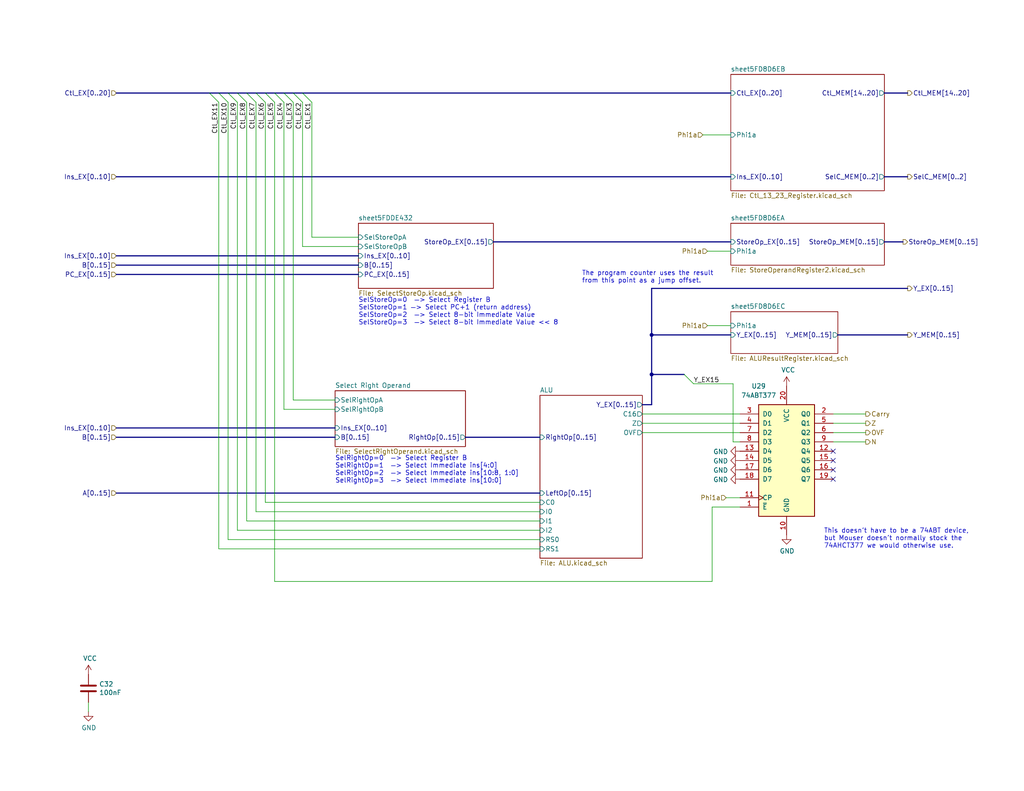
<source format=kicad_sch>
(kicad_sch (version 20230121) (generator eeschema)
  (paper "USLetter")
  (title_block (title "EX") (date "2022-09-25") (rev "C") (comment 2 "ID stage of the CPU pipeline.") (comment 3 "The ALU condition codes may be latched in a flags register which feeds back into the") (comment 4 "The EX stage is built around the IDT 7381 sixteen-bit ALU IC."))
  (lib_symbols
    (symbol "74xx:74LS377" (pin_names (offset 1.016))
      (property "Reference" "U" (at -7.62 16.51 0))
      (property "Value" "74LS377" (at -7.62 -16.51 0))
      (symbol "74LS377_1_0"
        (pin input line (at -12.7 -12.7 0) (length 5.08) (name "~{E}") (number "1"))
        (pin power_in line (at 0 -20.32 90) (length 5.08) (name "GND") (number "10"))
        (pin input clock (at -12.7 -10.16 0) (length 5.08) (name "CP") (number "11"))
        (pin output line (at 12.7 2.54 180) (length 5.08) (name "Q4") (number "12"))
        (pin input line (at -12.7 2.54 0) (length 5.08) (name "D4") (number "13"))
        (pin input line (at -12.7 0 0) (length 5.08) (name "D5") (number "14"))
        (pin output line (at 12.7 0 180) (length 5.08) (name "Q5") (number "15"))
        (pin output line (at 12.7 -2.54 180) (length 5.08) (name "Q6") (number "16"))
        (pin input line (at -12.7 -2.54 0) (length 5.08) (name "D6") (number "17"))
        (pin input line (at -12.7 -5.08 0) (length 5.08) (name "D7") (number "18"))
        (pin output line (at 12.7 -5.08 180) (length 5.08) (name "Q7") (number "19"))
        (pin output line (at 12.7 12.7 180) (length 5.08) (name "Q0") (number "2"))
        (pin power_in line (at 0 20.32 270) (length 5.08) (name "VCC") (number "20"))
        (pin input line (at -12.7 12.7 0) (length 5.08) (name "D0") (number "3"))
        (pin input line (at -12.7 10.16 0) (length 5.08) (name "D1") (number "4"))
        (pin output line (at 12.7 10.16 180) (length 5.08) (name "Q1") (number "5"))
        (pin output line (at 12.7 7.62 180) (length 5.08) (name "Q2") (number "6"))
        (pin input line (at -12.7 7.62 0) (length 5.08) (name "D2") (number "7"))
        (pin input line (at -12.7 5.08 0) (length 5.08) (name "D3") (number "8"))
        (pin output line (at 12.7 5.08 180) (length 5.08) (name "Q3") (number "9"))
      )
      (symbol "74LS377_1_1"
        (rectangle (start -7.62 15.24) (end 7.62 -15.24) (stroke (width 0.254)) (fill (type background)))
      )
    )
    (symbol "Device:C" (pin_numbers hide) (pin_names (offset 0.254))
      (property "Reference" "C" (at 0.635 2.54 0))
      (property "Value" "C" (at 0.635 -2.54 0))
      (symbol "C_0_1"
        (polyline (pts (xy -2.032 -0.762) (xy 2.032 -0.762)) (stroke (width 0.508)))
        (polyline (pts (xy -2.032 0.762) (xy 2.032 0.762)) (stroke (width 0.508)))
      )
      (symbol "C_1_1"
        (pin passive line (at 0 3.81 270) (length 2.794) (name "~") (number "1"))
        (pin passive line (at 0 -3.81 90) (length 2.794) (name "~") (number "2"))
      )
    )
    (symbol "power:GND" (power) (pin_names (offset 0))
      (property "Value" "GND" (at 0 -3.81 0))
      (symbol "GND_0_1"
        (polyline (pts (xy 0 0) (xy 0 -1.27) (xy 1.27 -1.27) (xy 0 -2.54) (xy -1.27 -1.27) (xy 0 -1.27)))
      )
      (symbol "GND_1_1"
        (pin power_in line (at 0 0 270) (length 0) hide (name "GND") (number "1"))
      )
    )
    (symbol "power:VCC" (power) (pin_names (offset 0))
      (property "Value" "VCC" (at 0 3.81 0))
      (symbol "VCC_0_1"
        (polyline (pts (xy -0.762 1.27) (xy 0 2.54)))
        (polyline (pts (xy 0 0) (xy 0 2.54)))
        (polyline (pts (xy 0 2.54) (xy 0.762 1.27)))
      )
      (symbol "VCC_1_1"
        (pin power_in line (at 0 0 90) (length 0) hide (name "VCC") (number "1"))
      )
    )
  )
  (junction (at 177.8 102.235))
  (junction (at 177.8 91.44))
  (no_connect (at 227.33 123.19))
  (no_connect (at 227.33 128.27))
  (no_connect (at 227.33 130.81))
  (no_connect (at 227.33 125.73))
  (bus_entry (at 186.69 102.235) (size 2.54 2.54))
  (bus_entry (at 64.77 25.4) (size 2.54 2.54))
  (bus_entry (at 62.23 25.4) (size 2.54 2.54))
  (bus_entry (at 80.01 25.4) (size 2.54 2.54))
  (bus_entry (at 67.31 25.4) (size 2.54 2.54))
  (bus_entry (at 72.39 25.4) (size 2.54 2.54))
  (bus_entry (at 74.93 25.4) (size 2.54 2.54))
  (bus_entry (at 69.85 25.4) (size 2.54 2.54))
  (bus_entry (at 59.69 25.4) (size 2.54 2.54))
  (bus_entry (at 82.55 25.4) (size 2.54 2.54))
  (bus_entry (at 77.47 25.4) (size 2.54 2.54))
  (bus_entry (at 57.15 25.4) (size 2.54 2.54))
  (wire (pts (xy 147.32 137.16) (xy 72.39 137.16)))
  (wire (pts (xy 193.04 68.58) (xy 199.39 68.58)))
  (wire (pts (xy 64.77 144.78) (xy 147.32 144.78)))
  (bus (pts (xy 246.38 66.04) (xy 241.3 66.04)))
  (wire (pts (xy 24.13 194.31) (xy 24.13 191.77)))
  (wire (pts (xy 80.01 27.94) (xy 80.01 109.22)))
  (bus (pts (xy 80.01 25.4) (xy 82.55 25.4)))
  (bus (pts (xy 241.3 48.26) (xy 247.65 48.26)))
  (wire (pts (xy 193.04 88.9) (xy 199.39 88.9)))
  (wire (pts (xy 147.32 149.86) (xy 59.69 149.86)))
  (bus (pts (xy 31.75 48.26) (xy 199.39 48.26)))
  (wire (pts (xy 74.93 158.75) (xy 74.93 27.94)))
  (wire (pts (xy 82.55 27.94) (xy 82.55 67.31)))
  (bus (pts (xy 31.75 69.85) (xy 97.79 69.85)))
  (bus (pts (xy 31.75 72.39) (xy 97.79 72.39)))
  (wire (pts (xy 189.23 104.775) (xy 200.025 104.775)))
  (wire (pts (xy 175.26 113.03) (xy 201.93 113.03)))
  (wire (pts (xy 77.47 27.94) (xy 77.47 111.76)))
  (wire (pts (xy 194.31 158.75) (xy 194.31 138.43)))
  (wire (pts (xy 97.79 67.31) (xy 82.55 67.31)))
  (bus (pts (xy 177.8 78.74) (xy 177.8 91.44)))
  (bus (pts (xy 177.8 110.49) (xy 175.26 110.49)))
  (bus (pts (xy 31.75 25.4) (xy 57.15 25.4)))
  (bus (pts (xy 74.93 25.4) (xy 77.47 25.4)))
  (bus (pts (xy 64.77 25.4) (xy 67.31 25.4)))
  (wire (pts (xy 85.09 27.94) (xy 85.09 64.77)))
  (wire (pts (xy 59.69 27.94) (xy 59.69 149.86)))
  (bus (pts (xy 31.75 74.93) (xy 97.79 74.93)))
  (bus (pts (xy 241.3 25.4) (xy 247.65 25.4)))
  (wire (pts (xy 64.77 27.94) (xy 64.77 144.78)))
  (wire (pts (xy 227.33 120.65) (xy 236.22 120.65)))
  (bus (pts (xy 247.65 91.44) (xy 228.6 91.44)))
  (wire (pts (xy 175.26 118.11) (xy 201.93 118.11)))
  (wire (pts (xy 67.31 27.94) (xy 67.31 142.24)))
  (wire (pts (xy 147.32 147.32) (xy 62.23 147.32)))
  (bus (pts (xy 82.55 25.4) (xy 199.39 25.4)))
  (bus (pts (xy 134.62 66.04) (xy 199.39 66.04)))
  (bus (pts (xy 59.69 25.4) (xy 62.23 25.4)))
  (bus (pts (xy 72.39 25.4) (xy 74.93 25.4)))
  (wire (pts (xy 175.26 115.57) (xy 201.93 115.57)))
  (bus (pts (xy 247.65 78.74) (xy 177.8 78.74)))
  (wire (pts (xy 191.77 36.83) (xy 199.39 36.83)))
  (bus (pts (xy 177.8 102.235) (xy 177.8 110.49)))
  (wire (pts (xy 147.32 142.24) (xy 67.31 142.24)))
  (bus (pts (xy 62.23 25.4) (xy 64.77 25.4)))
  (bus (pts (xy 91.44 116.84) (xy 31.75 116.84)))
  (bus (pts (xy 177.8 91.44) (xy 177.8 102.235)))
  (wire (pts (xy 74.93 158.75) (xy 194.31 158.75)))
  (wire (pts (xy 236.22 113.03) (xy 227.33 113.03)))
  (wire (pts (xy 69.85 27.94) (xy 69.85 139.7)))
  (wire (pts (xy 72.39 27.94) (xy 72.39 137.16)))
  (wire (pts (xy 147.32 139.7) (xy 69.85 139.7)))
  (bus (pts (xy 77.47 25.4) (xy 80.01 25.4)))
  (wire (pts (xy 227.33 115.57) (xy 236.22 115.57)))
  (wire (pts (xy 200.025 120.65) (xy 201.93 120.65)))
  (wire (pts (xy 227.33 118.11) (xy 236.22 118.11)))
  (bus (pts (xy 67.31 25.4) (xy 69.85 25.4)))
  (bus (pts (xy 127 119.38) (xy 147.32 119.38)))
  (wire (pts (xy 62.23 27.94) (xy 62.23 147.32)))
  (wire (pts (xy 198.12 135.89) (xy 201.93 135.89)))
  (bus (pts (xy 31.75 134.62) (xy 147.32 134.62)))
  (wire (pts (xy 77.47 111.76) (xy 91.44 111.76)))
  (wire (pts (xy 97.79 64.77) (xy 85.09 64.77)))
  (bus (pts (xy 69.85 25.4) (xy 72.39 25.4)))
  (bus (pts (xy 177.8 102.235) (xy 186.69 102.235)))
  (wire (pts (xy 200.025 104.775) (xy 200.025 120.65)))
  (wire (pts (xy 91.44 109.22) (xy 80.01 109.22)))
  (bus (pts (xy 91.44 119.38) (xy 31.75 119.38)))
  (bus (pts (xy 199.39 91.44) (xy 177.8 91.44)))
  (wire (pts (xy 194.31 138.43) (xy 201.93 138.43)))
  (bus (pts (xy 57.15 25.4) (xy 59.69 25.4)))
  (text "SelStoreOp=0  —> Select Register B\nSelStoreOp=1 —> Select PC+1 (return address)\nSelStoreOp=2  —> Select 8-bit Immediate Value\nSelStoreOp=3  —> Select 8-bit Immediate Value << 8" (at 97.79 88.9 0) (effects (font (size 1.27 1.27)) (justify left bottom)))
  (text "This doesn’t have to be a 74ABT device,\nbut Mouser doesn’t normally stock the\n74AHCT377 we would otherwise use." (at 224.79 149.86 0) (effects (font (size 1.27 1.27)) (justify left bottom)))
  (text "SelRightOp=0  —> Select Register B\nSelRightOp=1  —> Select Immediate ins[4:0]\nSelRightOp=2  —> Select Immediate ins[10:8, 1:0]\nSelRightOp=3  —> Select Immediate ins[10:0]" (at 91.44 132.08 0) (effects (font (size 1.27 1.27)) (justify left bottom)))
  (text "The program counter uses the result\nfrom this point as a jump offset." (at 158.75 77.47 0) (effects (font (size 1.27 1.27)) (justify left bottom)))
  (label "Ctl_EX7" (at 69.85 27.94 270))
  (label "Ctl_EX5" (at 74.93 27.94 270))
  (label "Ctl_EX3" (at 80.01 27.94 270))
  (label "Ctl_EX4" (at 77.47 27.94 270))
  (label "Ctl_EX10" (at 62.23 27.94 270))
  (label "Ctl_EX6" (at 72.39 27.94 270))
  (label "Ctl_EX11" (at 59.69 27.94 270))
  (label "Ctl_EX1" (at 85.09 27.94 270))
  (label "Ctl_EX8" (at 67.31 27.94 270))
  (label "Ctl_EX2" (at 82.55 27.94 270))
  (label "Y_EX15" (at 189.23 104.775 0))
  (label "Ctl_EX9" (at 64.77 27.94 270))
  (hierarchical_label "Z" (shape output) (at 236.22 115.57 0))
  (hierarchical_label "B[0..15]" (shape input) (at 31.75 72.39 180))
  (hierarchical_label "Phi1a" (shape input) (at 193.04 68.58 180))
  (hierarchical_label "PC_EX[0..15]" (shape input) (at 31.75 74.93 180))
  (hierarchical_label "Phi1a" (shape input) (at 198.12 135.89 180))
  (hierarchical_label "Y_EX[0..15]" (shape output) (at 247.65 78.74 0))
  (hierarchical_label "Ins_EX[0..10]" (shape input) (at 31.75 116.84 180))
  (hierarchical_label "Y_MEM[0..15]" (shape output) (at 247.65 91.44 0))
  (hierarchical_label "B[0..15]" (shape input) (at 31.75 119.38 180))
  (hierarchical_label "Ins_EX[0..10]" (shape input) (at 31.75 69.85 180))
  (hierarchical_label "Ins_EX[0..10]" (shape input) (at 31.75 48.26 180))
  (hierarchical_label "Carry" (shape output) (at 236.22 113.03 0))
  (hierarchical_label "Ctl_MEM[14..20]" (shape output) (at 247.65 25.4 0))
  (hierarchical_label "SelC_MEM[0..2]" (shape output) (at 247.65 48.26 0))
  (hierarchical_label "Phi1a" (shape input) (at 191.77 36.83 180))
  (hierarchical_label "N" (shape output) (at 236.22 120.65 0))
  (hierarchical_label "Ctl_EX[0..20]" (shape input) (at 31.75 25.4 180))
  (hierarchical_label "A[0..15]" (shape input) (at 31.75 134.62 180))
  (hierarchical_label "Phi1a" (shape input) (at 193.04 88.9 180))
  (hierarchical_label "StoreOp_MEM[0..15]" (shape output) (at 246.38 66.04 0))
  (hierarchical_label "OVF" (shape output) (at 236.22 118.11 0))
  (symbol (lib_id "74xx:74LS377") (at 214.63 125.73 0) (unit 1)
    (property "Reference" "U29" (at 207.01 105.41 0))
    (property "Value" "74ABT377" (at 207.01 107.95 0))
    (property "Footprint" "Package_SO:TSSOP-20_4.4x6.5mm_P0.65mm" (effects hide))
    (property "Datasheet" "http://www.ti.com/lit/gpn/sn74LS377" (effects hide))
    (property "Mouser" "https://www.mouser.com/ProductDetail/Texas-Instruments/SN74ABT377APWR?qs=LzFo6vGRJ4tDfpbrS0MCHg%3D%3D" (effects hide))
  )
  (symbol (lib_id "power:VCC") (at 214.63 105.41 0) (unit 1)
    (property "Reference" "#PWR0188" (effects hide))
    (property "Value" "VCC" (at 215.0618 101.0158 0))
  )
  (symbol (lib_id "power:GND") (at 214.63 146.05 0) (unit 1)
    (property "Reference" "#PWR0189" (effects hide))
    (property "Value" "GND" (at 214.757 150.4442 0))
  )
  (symbol (lib_id "power:GND") (at 201.93 123.19 270) (unit 1)
    (property "Reference" "#PWR0184" (effects hide))
    (property "Value" "GND" (at 198.6788 123.317 90) (effects (justify right)))
  )
  (symbol (lib_id "power:GND") (at 201.93 125.73 270) (unit 1)
    (property "Reference" "#PWR0185" (effects hide))
    (property "Value" "GND" (at 198.6788 125.857 90) (effects (justify right)))
  )
  (symbol (lib_id "power:GND") (at 201.93 128.27 270) (unit 1)
    (property "Reference" "#PWR0186" (effects hide))
    (property "Value" "GND" (at 198.6788 128.397 90) (effects (justify right)))
  )
  (symbol (lib_id "power:GND") (at 201.93 130.81 270) (unit 1)
    (property "Reference" "#PWR0187" (effects hide))
    (property "Value" "GND" (at 198.6788 130.937 90) (effects (justify right)))
  )
  (symbol (lib_id "Device:C") (at 24.13 187.96 0) (unit 1)
    (property "Reference" "C32" (at 27.051 186.7916 0) (effects (justify left)))
    (property "Value" "100nF" (at 27.051 189.103 0) (effects (justify left)))
    (property "Footprint" "Capacitor_SMD:C_0603_1608Metric_Pad1.08x0.95mm_HandSolder" (effects hide))
    (property "Mouser" "https://www.mouser.com/ProductDetail/963-EMK107B7104KAHT" (effects hide))
  )
  (symbol (lib_id "power:VCC") (at 24.13 184.15 0) (unit 1)
    (property "Reference" "#PWR0182" (effects hide))
    (property "Value" "VCC" (at 24.5618 179.7558 0))
  )
  (symbol (lib_id "power:GND") (at 24.13 194.31 0) (unit 1)
    (property "Reference" "#PWR0183" (effects hide))
    (property "Value" "GND" (at 24.257 198.7042 0))
  )
  (sheet (at 147.32 107.95) (size 27.94 44.45)
    (property "Sheetname" "ALU" (at 147.32 107.2384 0) (effects (justify left bottom)))
    (property "Sheetfile" "ALU.kicad_sch" (at 147.32 152.9846 0) (effects (justify left top)))
    (pin "RightOp[0..15]" input (at 147.32 119.38 180))
    (pin "LeftOp[0..15]" input (at 147.32 134.62 180))
    (pin "Z" output (at 175.26 115.57 0))
    (pin "C16" output (at 175.26 113.03 0))
    (pin "OVF" output (at 175.26 118.11 0))
    (pin "C0" input (at 147.32 137.16 180))
    (pin "I0" input (at 147.32 139.7 180))
    (pin "I1" input (at 147.32 142.24 180))
    (pin "I2" input (at 147.32 144.78 180))
    (pin "RS0" input (at 147.32 147.32 180))
    (pin "RS1" input (at 147.32 149.86 180))
    (pin "Y_EX[0..15]" output (at 175.26 110.49 0))
  )
  (sheet (at 199.39 60.96) (size 41.91 11.43)
    (property "Sheetname" "sheet5FD8D6EA" (at 199.39 60.2484 0) (effects (justify left bottom)))
    (property "Sheetfile" "StoreOperandRegister2.kicad_sch" (at 199.39 72.9746 0) (effects (justify left top)))
    (pin "StoreOp_EX[0..15]" input (at 199.39 66.04 180))
    (pin "StoreOp_MEM[0..15]" output (at 241.3 66.04 0))
    (pin "Phi1a" input (at 199.39 68.58 180))
  )
  (sheet (at 199.39 20.32) (size 41.91 31.75)
    (property "Sheetname" "sheet5FD8D6EB" (at 199.39 19.6084 0) (effects (justify left bottom)))
    (property "Sheetfile" "Ctl_13_23_Register.kicad_sch" (at 199.39 52.6546 0) (effects (justify left top)))
    (pin "Ctl_MEM[14..20]" output (at 241.3 25.4 0))
    (pin "Ctl_EX[0..20]" input (at 199.39 25.4 180))
    (pin "Ins_EX[0..10]" input (at 199.39 48.26 180))
    (pin "SelC_MEM[0..2]" output (at 241.3 48.26 0))
    (pin "Phi1a" input (at 199.39 36.83 180))
  )
  (sheet (at 199.39 85.09) (size 29.21 11.43)
    (property "Sheetname" "sheet5FD8D6EC" (at 199.39 84.3784 0) (effects (justify left bottom)))
    (property "Sheetfile" "ALUResultRegister.kicad_sch" (at 199.39 97.1046 0) (effects (justify left top)))
    (pin "Y_EX[0..15]" input (at 199.39 91.44 180))
    (pin "Y_MEM[0..15]" output (at 228.6 91.44 0))
    (pin "Phi1a" input (at 199.39 88.9 180))
  )
  (sheet (at 97.79 60.96) (size 36.83 17.78)
    (property "Sheetname" "sheet5FDDE432" (at 97.79 60.2484 0) (effects (justify left bottom)))
    (property "Sheetfile" "SelectStoreOp.kicad_sch" (at 97.79 79.3246 0) (effects (justify left top)))
    (pin "SelStoreOpA" input (at 97.79 64.77 180))
    (pin "SelStoreOpB" input (at 97.79 67.31 180))
    (pin "Ins_EX[0..10]" input (at 97.79 69.85 180))
    (pin "B[0..15]" input (at 97.79 72.39 180))
    (pin "PC_EX[0..15]" input (at 97.79 74.93 180))
    (pin "StoreOp_EX[0..15]" output (at 134.62 66.04 0))
  )
  (sheet (at 91.44 106.68) (size 35.56 15.24)
    (property "Sheetname" "Select Right Operand" (at 91.44 105.9684 0) (effects (justify left bottom)))
    (property "Sheetfile" "SelectRightOperand.kicad_sch" (at 91.44 122.5046 0) (effects (justify left top)))
    (pin "Ins_EX[0..10]" input (at 91.44 116.84 180))
    (pin "B[0..15]" input (at 91.44 119.38 180))
    (pin "SelRightOpA" input (at 91.44 109.22 180))
    (pin "RightOp[0..15]" output (at 127 119.38 0))
    (pin "SelRightOpB" input (at 91.44 111.76 180))
  )
)
</source>
